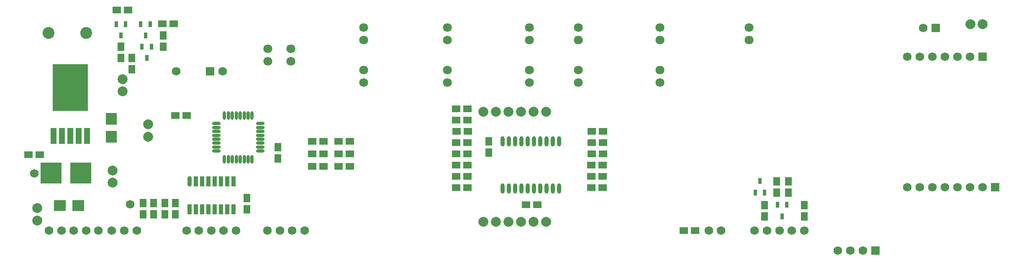
<source format=gbs>
%FSLAX25Y25*%
%MOIN*%
G70*
G01*
G75*
G04 Layer_Color=16711935*
%ADD10C,0.07000*%
%ADD11C,0.06000*%
%ADD12C,0.01000*%
%ADD13C,0.04000*%
%ADD14C,0.03000*%
%ADD15C,0.02000*%
%ADD16C,0.02500*%
%ADD17C,0.08661*%
%ADD18C,0.07087*%
%ADD19C,0.06000*%
%ADD20R,0.06000X0.06000*%
%ADD21C,0.06300*%
%ADD22C,0.02500*%
%ADD23C,0.05000*%
%ADD24R,0.05000X0.06000*%
%ADD25O,0.01969X0.05906*%
%ADD26O,0.05906X0.01969*%
%ADD27R,0.02362X0.04299*%
%ADD28R,0.06000X0.05000*%
%ADD29O,0.02400X0.07400*%
%ADD30R,0.04213X0.11811*%
%ADD31R,0.27559X0.37008*%
%ADD32R,0.08858X0.08071*%
%ADD33R,0.08071X0.08858*%
%ADD34R,0.15748X0.15748*%
%ADD35O,0.02400X0.07600*%
%ADD36R,0.02400X0.07600*%
%ADD37C,0.02362*%
%ADD38C,0.00787*%
%ADD39C,0.00984*%
%ADD40C,0.00500*%
%ADD41C,0.00800*%
%ADD42C,0.00600*%
%ADD43C,0.00200*%
%ADD44R,0.00446X0.00990*%
%ADD45R,0.00900X0.00700*%
%ADD46C,0.01969*%
%ADD47C,0.00400*%
%ADD48C,0.09461*%
%ADD49C,0.07887*%
%ADD50C,0.06800*%
%ADD51R,0.06800X0.06800*%
%ADD52C,0.07100*%
%ADD53R,0.05800X0.06800*%
%ADD54O,0.02769X0.06706*%
%ADD55O,0.06706X0.02769*%
%ADD56R,0.03162X0.05099*%
%ADD57R,0.06800X0.05800*%
%ADD58O,0.03200X0.08200*%
%ADD59R,0.05013X0.12611*%
%ADD60R,0.28359X0.37808*%
%ADD61R,0.09658X0.08871*%
%ADD62R,0.08871X0.09658*%
%ADD63R,0.16548X0.16548*%
%ADD64O,0.03200X0.08400*%
%ADD65R,0.03200X0.08400*%
D48*
X52264Y187000D02*
D03*
X22343D02*
D03*
D49*
X81500Y140157D02*
D03*
Y150000D02*
D03*
X13335Y37000D02*
D03*
Y46842D02*
D03*
X73400Y67158D02*
D03*
Y77000D02*
D03*
X766435Y193937D02*
D03*
X756592D02*
D03*
X101800Y113842D02*
D03*
Y104000D02*
D03*
X418607Y123917D02*
D03*
X408607D02*
D03*
X398607D02*
D03*
X388607D02*
D03*
X378607D02*
D03*
X368607D02*
D03*
Y35925D02*
D03*
X378607D02*
D03*
X418607D02*
D03*
X408607D02*
D03*
X398607D02*
D03*
X388607D02*
D03*
D50*
X756435Y168005D02*
D03*
X746435D02*
D03*
X736435D02*
D03*
X726435D02*
D03*
X716435D02*
D03*
X706435D02*
D03*
X716435Y63675D02*
D03*
X726435D02*
D03*
X736435D02*
D03*
X756435D02*
D03*
X706435D02*
D03*
X766435D02*
D03*
X746435D02*
D03*
X87500Y50000D02*
D03*
X718935Y190905D02*
D03*
X650913Y13000D02*
D03*
X11000Y74500D02*
D03*
X160940Y156218D02*
D03*
X670913Y13000D02*
D03*
X660913D02*
D03*
X558177Y29000D02*
D03*
X548335D02*
D03*
X584835D02*
D03*
X594677D02*
D03*
X604520D02*
D03*
X614362D02*
D03*
X624205D02*
D03*
X92780D02*
D03*
X82780D02*
D03*
X72780D02*
D03*
X22780D02*
D03*
X32622D02*
D03*
X42465D02*
D03*
X52307D02*
D03*
X62150D02*
D03*
X132280D02*
D03*
X142122D02*
D03*
X151965D02*
D03*
X161807D02*
D03*
X171650D02*
D03*
X124000Y156218D02*
D03*
X196780Y29000D02*
D03*
X206622D02*
D03*
X216465D02*
D03*
X226307D02*
D03*
D51*
X766435Y168005D02*
D03*
X776435Y63675D02*
D03*
X728935Y190905D02*
D03*
X680913Y13000D02*
D03*
X150940Y156218D02*
D03*
D52*
X273228Y191220D02*
D03*
Y181220D02*
D03*
X340158Y147362D02*
D03*
Y157362D02*
D03*
Y191220D02*
D03*
Y181220D02*
D03*
X405512D02*
D03*
Y191220D02*
D03*
X215354Y174291D02*
D03*
Y164291D02*
D03*
X196850D02*
D03*
Y174291D02*
D03*
X273228Y157362D02*
D03*
Y147362D02*
D03*
X509449D02*
D03*
Y157362D02*
D03*
X444488Y191220D02*
D03*
Y181220D02*
D03*
Y147362D02*
D03*
Y157362D02*
D03*
X509449Y191220D02*
D03*
Y181220D02*
D03*
X405512Y147362D02*
D03*
Y157362D02*
D03*
X580500Y191220D02*
D03*
Y181220D02*
D03*
D53*
X123435Y41900D02*
D03*
Y50900D02*
D03*
X114935Y41900D02*
D03*
Y50900D02*
D03*
X373107Y91218D02*
D03*
Y100218D02*
D03*
X113799Y175913D02*
D03*
Y184913D02*
D03*
X80099Y166827D02*
D03*
Y175827D02*
D03*
X180500Y54957D02*
D03*
Y45957D02*
D03*
X106100Y50857D02*
D03*
X97600D02*
D03*
X204918Y95666D02*
D03*
Y86665D02*
D03*
X611705Y59413D02*
D03*
Y68414D02*
D03*
X602205D02*
D03*
Y59413D02*
D03*
X592705Y40218D02*
D03*
Y49218D02*
D03*
X624205Y49218D02*
D03*
Y40218D02*
D03*
X97600Y41857D02*
D03*
X106100D02*
D03*
X88599Y166827D02*
D03*
Y157827D02*
D03*
D54*
X171903Y86020D02*
D03*
X175053D02*
D03*
X168754D02*
D03*
X165604Y121059D02*
D03*
X175053D02*
D03*
X171903D02*
D03*
X184502D02*
D03*
X181352D02*
D03*
X178202D02*
D03*
X168754D02*
D03*
X165604Y86020D02*
D03*
X162454D02*
D03*
Y121059D02*
D03*
X184502Y86020D02*
D03*
X181352D02*
D03*
X178202D02*
D03*
D55*
X155958Y114563D02*
D03*
Y111414D02*
D03*
Y108264D02*
D03*
Y105114D02*
D03*
Y101965D02*
D03*
Y98815D02*
D03*
X190998Y108264D02*
D03*
Y111414D02*
D03*
Y114563D02*
D03*
X155958Y95665D02*
D03*
Y92516D02*
D03*
X190998D02*
D03*
Y95665D02*
D03*
Y98815D02*
D03*
Y105114D02*
D03*
Y101965D02*
D03*
D56*
X95799Y193913D02*
D03*
X103279D02*
D03*
X99539Y184827D02*
D03*
X96799Y175914D02*
D03*
X104279D02*
D03*
X100539Y166827D02*
D03*
X76299Y193913D02*
D03*
X83780D02*
D03*
X80039Y184827D02*
D03*
X588965Y68500D02*
D03*
X585224Y59413D02*
D03*
X592705D02*
D03*
X606705Y40413D02*
D03*
X610445Y49500D02*
D03*
X602965D02*
D03*
D57*
X253280Y90457D02*
D03*
X262280D02*
D03*
X253280Y80457D02*
D03*
X262280D02*
D03*
X454980Y99157D02*
D03*
X463979D02*
D03*
X463980Y90157D02*
D03*
X454980D02*
D03*
X411667Y49657D02*
D03*
X402668D02*
D03*
X454700Y63157D02*
D03*
X463700D02*
D03*
X454700Y81157D02*
D03*
X463700D02*
D03*
X347168Y63157D02*
D03*
X356168D02*
D03*
Y81157D02*
D03*
X347168D02*
D03*
X347007Y126157D02*
D03*
X356007D02*
D03*
X463700Y72157D02*
D03*
X454700D02*
D03*
X253280Y100457D02*
D03*
X262280D02*
D03*
X76649Y205457D02*
D03*
X85650D02*
D03*
X113149Y194457D02*
D03*
X122150D02*
D03*
X232280Y80457D02*
D03*
X241280D02*
D03*
X347007Y117157D02*
D03*
X356007D02*
D03*
X347207Y108157D02*
D03*
X356207D02*
D03*
X356168Y90157D02*
D03*
X347168D02*
D03*
X356168Y72157D02*
D03*
X347168D02*
D03*
X454980Y108157D02*
D03*
X463979D02*
D03*
X347107Y99157D02*
D03*
X356107D02*
D03*
X123457Y121059D02*
D03*
X132457D02*
D03*
X232280Y90457D02*
D03*
X241280D02*
D03*
X232280Y100457D02*
D03*
X241280D02*
D03*
X6500Y89500D02*
D03*
X15500D02*
D03*
X528335Y29000D02*
D03*
X537335D02*
D03*
D58*
X429107Y62617D02*
D03*
Y100217D02*
D03*
X419107Y62617D02*
D03*
X384107D02*
D03*
X389107D02*
D03*
X394107D02*
D03*
X399107D02*
D03*
X404107D02*
D03*
X409107D02*
D03*
X414107D02*
D03*
X424107D02*
D03*
Y100217D02*
D03*
X419107D02*
D03*
X414107D02*
D03*
X409107D02*
D03*
X404107D02*
D03*
X399107D02*
D03*
X394107D02*
D03*
X389107D02*
D03*
X384107D02*
D03*
D59*
X26228Y104500D02*
D03*
X39614D02*
D03*
X32921D02*
D03*
X46307D02*
D03*
X53000D02*
D03*
D60*
X39575Y143388D02*
D03*
D61*
X31500Y49000D02*
D03*
X45870D02*
D03*
D62*
X72500Y118400D02*
D03*
Y104030D02*
D03*
D63*
X48000Y75000D02*
D03*
X24378D02*
D03*
D64*
X134780Y68457D02*
D03*
D65*
X139780D02*
D03*
X144780D02*
D03*
X149780D02*
D03*
X154780D02*
D03*
X159780D02*
D03*
X164780D02*
D03*
X169780D02*
D03*
Y45957D02*
D03*
X164780D02*
D03*
X159780D02*
D03*
X154780D02*
D03*
X149780D02*
D03*
X144780D02*
D03*
X139780D02*
D03*
X134780D02*
D03*
M02*

</source>
